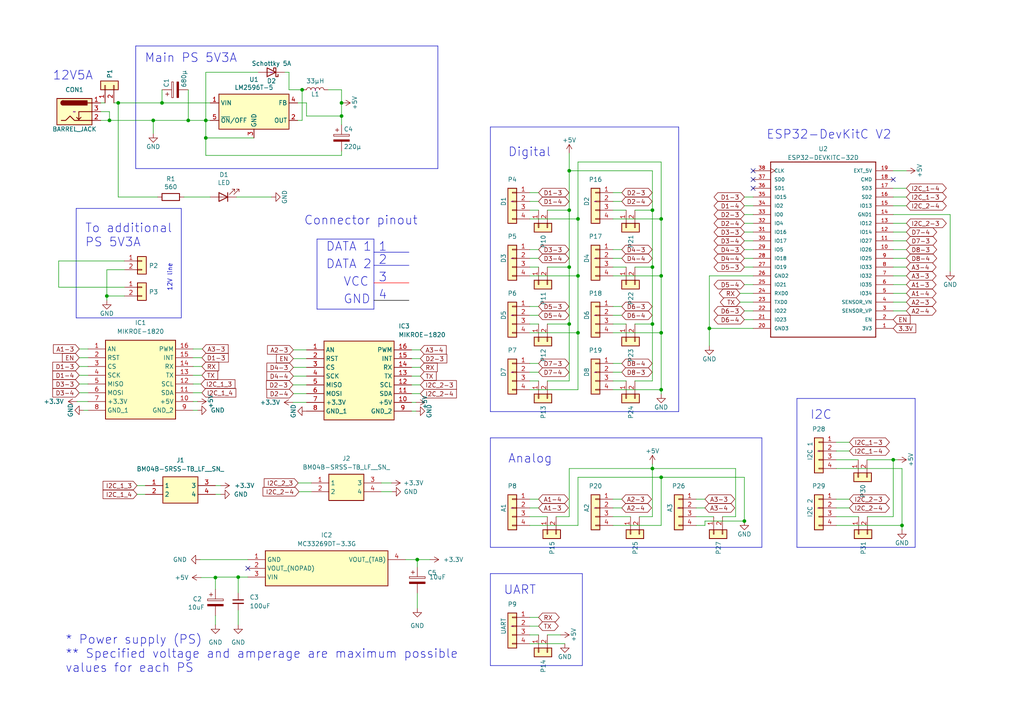
<source format=kicad_sch>
(kicad_sch (version 20230121) (generator eeschema)
  (paper "A4")
  (lib_symbols
    (symbol "Connector:Barrel_Jack_Switch" (pin_names hide)
      (property "Reference" "J" (at 0 5.334 0))
      (property "Value" "Barrel_Jack_Switch" (at 0 -5.08 0))
      (symbol "Barrel_Jack_Switch_1_1"
        (pin passive line (at 7.62 2.54 180) (length 2.54) (name "~") (number "1"))
        (pin passive line (at 7.62 -2.54 180) (length 2.54) (name "~") (number "2"))
        (pin passive line (at 7.62 0 180) (length 2.54) (name "~") (number "3"))
      )
    )
    (symbol "Connector_Generic:Conn_01x02" (pin_names (offset 1.016) hide)
      (property "Reference" "J" (at 0 2.54 0))
      (property "Value" "Conn_01x02" (at 0 -5.08 0))
      (symbol "Conn_01x02_1_1"
        (pin passive line (at -5.08 0 0) (length 3.81) (name "Pin_1") (number "1"))
        (pin passive line (at -5.08 -2.54 0) (length 3.81) (name "Pin_2") (number "2"))
      )
    )
    (symbol "Connector_Generic:Conn_01x04" (pin_names (offset 1.016) hide)
      (property "Reference" "J" (at 0 5.08 0))
      (property "Value" "Conn_01x04" (at 0 -7.62 0))
      (symbol "Conn_01x04_1_1"
        (pin passive line (at -5.08 2.54 0) (length 3.81) (name "Pin_1") (number "1"))
        (pin passive line (at -5.08 0 0) (length 3.81) (name "Pin_2") (number "2"))
        (pin passive line (at -5.08 -2.54 0) (length 3.81) (name "Pin_3") (number "3"))
        (pin passive line (at -5.08 -5.08 0) (length 3.81) (name "Pin_4") (number "4"))
      )
    )
    (symbol "Device:C_Polarized" (pin_numbers hide) (pin_names (offset 0.254))
      (property "Reference" "C" (at 0.635 2.54 0))
      (property "Value" "C_Polarized" (at 0.635 -2.54 0))
      (symbol "C_Polarized_1_1"
        (pin passive line (at 0 3.81 270) (length 2.794) (name "~") (number "1"))
        (pin passive line (at 0 -3.81 90) (length 2.794) (name "~") (number "2"))
      )
    )
    (symbol "Device:C_Small" (pin_numbers hide) (pin_names (offset 0.254) hide)
      (property "Reference" "C" (at 0.254 1.778 0))
      (property "Value" "C_Small" (at 0.254 -2.032 0))
      (symbol "C_Small_1_1"
        (pin passive line (at 0 2.54 270) (length 2.032) (name "~") (number "1"))
        (pin passive line (at 0 -2.54 90) (length 2.032) (name "~") (number "2"))
      )
    )
    (symbol "Device:D_Schottky" (pin_numbers hide) (pin_names (offset 1.016) hide)
      (property "Reference" "D" (at 0 2.54 0))
      (property "Value" "D_Schottky" (at 0 -2.54 0))
      (symbol "D_Schottky_1_1"
        (pin passive line (at -3.81 0 0) (length 2.54) (name "K") (number "1"))
        (pin passive line (at 3.81 0 180) (length 2.54) (name "A") (number "2"))
      )
    )
    (symbol "Device:L" (pin_numbers hide) (pin_names (offset 1.016) hide)
      (property "Reference" "L" (at -1.27 0 90))
      (property "Value" "L" (at 1.905 0 90))
      (symbol "L_1_1"
        (pin passive line (at 0 3.81 270) (length 1.27) (name "1") (number "1"))
        (pin passive line (at 0 -3.81 90) (length 1.27) (name "2") (number "2"))
      )
    )
    (symbol "Device:LED" (pin_numbers hide) (pin_names (offset 1.016) hide)
      (property "Reference" "D" (at 0 2.54 0))
      (property "Value" "LED" (at 0 -2.54 0))
      (symbol "LED_1_1"
        (pin passive line (at -3.81 0 0) (length 2.54) (name "K") (number "1"))
        (pin passive line (at 3.81 0 180) (length 2.54) (name "A") (number "2"))
      )
    )
    (symbol "Device:R" (pin_numbers hide) (pin_names (offset 0))
      (property "Reference" "R" (at 2.032 0 90))
      (property "Value" "R" (at 0 0 90))
      (symbol "R_1_1"
        (pin passive line (at 0 3.81 270) (length 1.27) (name "~") (number "1"))
        (pin passive line (at 0 -3.81 90) (length 1.27) (name "~") (number "2"))
      )
    )
    (symbol "Regulator_Switching:LM2596T-5"
      (property "Reference" "U" (at -10.16 6.35 0))
      (property "Value" "LM2596T-5" (at 0 6.35 0))
      (symbol "LM2596T-5_1_1"
        (pin power_in line (at -12.7 2.54 0) (length 2.54) (name "VIN") (number "1"))
        (pin output line (at 12.7 -2.54 180) (length 2.54) (name "OUT") (number "2"))
        (pin power_in line (at 0 -7.62 90) (length 2.54) (name "GND") (number "3"))
        (pin input line (at 12.7 2.54 180) (length 2.54) (name "FB") (number "4"))
        (pin input line (at -12.7 -2.54 0) (length 2.54) (name "~{ON}/OFF") (number "5"))
      )
    )
    (symbol "SamacSys_Parts:BM04B-SRSS-TB_LF__SN_"
      (property "Reference" "J" (at 16.51 7.62 0))
      (property "Value" "BM04B-SRSS-TB_LF__SN_" (at 16.51 5.08 0))
      (symbol "BM04B-SRSS-TB_LF__SN__1_1"
        (pin passive line (at 0 0 0) (length 5.08) (name "1") (number "1"))
        (pin passive line (at 0 -2.54 0) (length 5.08) (name "2") (number "2"))
        (pin passive line (at 20.32 0 180) (length 5.08) (name "3") (number "3"))
        (pin passive line (at 20.32 -2.54 180) (length 5.08) (name "4") (number "4"))
      )
    )
    (symbol "SamacSys_Parts:MC33269DT-3.3G"
      (property "Reference" "IC" (at 41.91 7.62 0))
      (property "Value" "MC33269DT-3.3G" (at 41.91 5.08 0))
      (symbol "MC33269DT-3.3G_1_1"
        (pin power_in line (at 0 0 0) (length 5.08) (name "GND") (number "1"))
        (pin output line (at 0 -2.54 0) (length 5.08) (name "VOUT_(NOPAD)") (number "2"))
        (pin input line (at 0 -5.08 0) (length 5.08) (name "VIN") (number "3"))
        (pin output line (at 45.72 0 180) (length 5.08) (name "VOUT_(TAB)") (number "4"))
      )
    )
    (symbol "SamacSys_Parts:MIKROE-1820"
      (property "Reference" "IC" (at 26.67 7.62 0))
      (property "Value" "MIKROE-1820" (at 26.67 5.08 0))
      (symbol "MIKROE-1820_1_1"
        (pin passive line (at 0 0 0) (length 5.08) (name "AN") (number "1"))
        (pin passive line (at 30.48 -15.24 180) (length 5.08) (name "+5V") (number "10"))
        (pin passive line (at 30.48 -12.7 180) (length 5.08) (name "SDA") (number "11"))
        (pin passive line (at 30.48 -10.16 180) (length 5.08) (name "SCL") (number "12"))
        (pin passive line (at 30.48 -7.62 180) (length 5.08) (name "TX") (number "13"))
        (pin passive line (at 30.48 -5.08 180) (length 5.08) (name "RX") (number "14"))
        (pin passive line (at 30.48 -2.54 180) (length 5.08) (name "INT") (number "15"))
        (pin passive line (at 30.48 0 180) (length 5.08) (name "PWM") (number "16"))
        (pin passive line (at 0 -2.54 0) (length 5.08) (name "RST") (number "2"))
        (pin passive line (at 0 -5.08 0) (length 5.08) (name "CS") (number "3"))
        (pin passive line (at 0 -7.62 0) (length 5.08) (name "SCK") (number "4"))
        (pin passive line (at 0 -10.16 0) (length 5.08) (name "MISO") (number "5"))
        (pin passive line (at 0 -12.7 0) (length 5.08) (name "MOSI") (number "6"))
        (pin passive line (at 0 -15.24 0) (length 5.08) (name "+3.3V") (number "7"))
        (pin passive line (at 0 -17.78 0) (length 5.08) (name "GND_1") (number "8"))
        (pin passive line (at 30.48 -17.78 180) (length 5.08) (name "GND_2") (number "9"))
      )
    )
    (symbol "beehive-rescue:CP-Device" (pin_numbers hide) (pin_names (offset 0.254))
      (property "Reference" "C" (at 0.635 2.54 0))
      (property "Value" "CP-Device" (at 0.635 -2.54 0))
      (symbol "CP-Device_1_1"
        (pin passive line (at 0 3.81 270) (length 2.794) (name "~") (number "1"))
        (pin passive line (at 0 -3.81 90) (length 2.794) (name "~") (number "2"))
      )
    )
    (symbol "beehive-rescue:ESP32-DEVKITC-32D-ESP32-DEVKITC-32D" (pin_names (offset 1.016))
      (property "Reference" "U" (at -15.2654 26.0604 0))
      (property "Value" "ESP32-DEVKITC-32D-ESP32-DEVKITC-32D" (at -15.2654 -27.9654 0))
      (symbol "ESP32-DEVKITC-32D-ESP32-DEVKITC-32D_0_0"
        (pin power_in line (at -20.32 22.86 0) (length 5.08) (name "3V3") (number "1"))
        (pin bidirectional line (at -20.32 0 0) (length 5.08) (name "IO26") (number "10"))
        (pin bidirectional line (at -20.32 -2.54 0) (length 5.08) (name "IO27") (number "11"))
        (pin bidirectional line (at -20.32 -5.08 0) (length 5.08) (name "IO14") (number "12"))
        (pin bidirectional line (at -20.32 -7.62 0) (length 5.08) (name "IO12") (number "13"))
        (pin power_in line (at -20.32 -10.16 0) (length 5.08) (name "GND1") (number "14"))
        (pin bidirectional line (at -20.32 -12.7 0) (length 5.08) (name "IO13") (number "15"))
        (pin bidirectional line (at -20.32 -15.24 0) (length 5.08) (name "SD2") (number "16"))
        (pin bidirectional line (at -20.32 -17.78 0) (length 5.08) (name "SD3") (number "17"))
        (pin bidirectional line (at -20.32 -20.32 0) (length 5.08) (name "CMD") (number "18"))
        (pin power_in line (at -20.32 -22.86 0) (length 5.08) (name "EXT_5V") (number "19"))
        (pin input line (at -20.32 20.32 0) (length 5.08) (name "EN") (number "2"))
        (pin power_in line (at 20.32 22.86 180) (length 5.08) (name "GND3") (number "20"))
        (pin bidirectional line (at 20.32 20.32 180) (length 5.08) (name "IO23") (number "21"))
        (pin bidirectional line (at 20.32 17.78 180) (length 5.08) (name "IO22") (number "22"))
        (pin output line (at 20.32 15.24 180) (length 5.08) (name "TXD0") (number "23"))
        (pin input line (at 20.32 12.7 180) (length 5.08) (name "RXD0") (number "24"))
        (pin bidirectional line (at 20.32 10.16 180) (length 5.08) (name "IO21") (number "25"))
        (pin power_in line (at 20.32 7.62 180) (length 5.08) (name "GND2") (number "26"))
        (pin bidirectional line (at 20.32 5.08 180) (length 5.08) (name "IO19") (number "27"))
        (pin bidirectional line (at 20.32 2.54 180) (length 5.08) (name "IO18") (number "28"))
        (pin bidirectional line (at 20.32 0 180) (length 5.08) (name "IO5") (number "29"))
        (pin input line (at -20.32 17.78 0) (length 5.08) (name "SENSOR_VP") (number "3"))
        (pin bidirectional line (at 20.32 -2.54 180) (length 5.08) (name "IO17") (number "30"))
        (pin bidirectional line (at 20.32 -5.08 180) (length 5.08) (name "IO16") (number "31"))
        (pin bidirectional line (at 20.32 -7.62 180) (length 5.08) (name "IO4") (number "32"))
        (pin bidirectional line (at 20.32 -10.16 180) (length 5.08) (name "IO0") (number "33"))
        (pin bidirectional line (at 20.32 -12.7 180) (length 5.08) (name "IO2") (number "34"))
        (pin bidirectional line (at 20.32 -15.24 180) (length 5.08) (name "IO15") (number "35"))
        (pin bidirectional line (at 20.32 -17.78 180) (length 5.08) (name "SD1") (number "36"))
        (pin bidirectional line (at 20.32 -20.32 180) (length 5.08) (name "SD0") (number "37"))
        (pin input clock (at 20.32 -22.86 180) (length 5.08) (name "CLK") (number "38"))
        (pin input line (at -20.32 15.24 0) (length 5.08) (name "SENSOR_VN") (number "4"))
        (pin bidirectional line (at -20.32 12.7 0) (length 5.08) (name "IO34") (number "5"))
        (pin bidirectional line (at -20.32 10.16 0) (length 5.08) (name "IO35") (number "6"))
        (pin bidirectional line (at -20.32 7.62 0) (length 5.08) (name "IO32") (number "7"))
        (pin bidirectional line (at -20.32 5.08 0) (length 5.08) (name "IO33") (number "8"))
        (pin bidirectional line (at -20.32 2.54 0) (length 5.08) (name "IO25") (number "9"))
      )
    )
    (symbol "power:+3.3V" (power) (pin_names (offset 0))
      (property "Value" "+3.3V" (at 0 3.556 0))
      (symbol "+3.3V_1_1"
        (pin power_in line (at 0 0 90) (length 0) hide (name "+3.3V") (number "1"))
      )
    )
    (symbol "power:+5V" (power) (pin_names (offset 0))
      (property "Value" "+5V" (at 0 3.556 0))
      (symbol "+5V_1_1"
        (pin power_in line (at 0 0 90) (length 0) hide (name "+5V") (number "1"))
      )
    )
    (symbol "power:GND" (power) (pin_names (offset 0))
      (property "Value" "GND" (at 0 -3.81 0))
      (symbol "GND_1_1"
        (pin power_in line (at 0 0 270) (length 0) hide (name "GND") (number "1"))
      )
    )
  )
  (junction (at 191.77 80.01))
  (junction (at 191.77 63.5))
  (junction (at 167.64 63.5))
  (junction (at 54.61 34.925))
  (junction (at 189.23 77.47))
  (junction (at 62.484 167.513))
  (junction (at 46.99 29.845))
  (junction (at 44.45 34.925))
  (junction (at 191.77 138.43))
  (junction (at 189.23 93.98))
  (junction (at 261.62 152.4))
  (junction (at 31.75 34.925))
  (junction (at 167.64 96.52))
  (junction (at 191.77 96.52))
  (junction (at 87.63 26.035))
  (junction (at 99.06 29.845))
  (junction (at 215.9 151.13))
  (junction (at 165.1 49.53))
  (junction (at 191.77 113.03))
  (junction (at 59.69 40.005))
  (junction (at 30.988 85.852))
  (junction (at 165.1 93.98))
  (junction (at 259.08 133.35))
  (junction (at 99.06 33.655))
  (junction (at 34.29 29.845))
  (junction (at 189.23 60.96))
  (junction (at 205.74 95.25))
  (junction (at 59.69 34.925))
  (junction (at 69.088 167.386))
  (junction (at 189.23 135.89))
  (junction (at 121.031 162.306))
  (junction (at 167.64 80.01))
  (junction (at 165.1 77.47))
  (junction (at 165.1 60.96))
  (no_connect (at 218.44 54.61))
  (no_connect (at 259.08 52.07))
  (no_connect (at 218.44 49.53))
  (no_connect (at 218.44 52.07))
  (no_connect (at 71.882 164.846))
  (polyline (pts (xy 108.458 82.042) (xy 118.618 82.042)) (stroke (width 0) (type solid) (color 255 0 0 1)))
  (wire (pts (xy 22.987 101.219) (xy 25.527 101.219)))
  (wire (pts (xy 201.93 149.86) (xy 207.01 149.86)))
  (wire (pts (xy 191.77 96.52) (xy 191.77 113.03)))
  (wire (pts (xy 218.44 82.55) (xy 215.9 82.55)))
  (wire (pts (xy 29.21 29.845) (xy 30.48 29.845)))
  (wire (pts (xy 184.15 93.98) (xy 189.23 93.98)))
  (wire (pts (xy 153.67 96.52) (xy 167.64 96.52)))
  (wire (pts (xy 56.007 101.219) (xy 58.674 101.219)))
  (wire (pts (xy 180.34 88.9) (xy 177.8 88.9)))
  (wire (pts (xy 275.59 62.23) (xy 259.08 62.23)))
  (wire (pts (xy 218.44 64.77) (xy 215.9 64.77)))
  (wire (pts (xy 62.484 143.383) (xy 64.008 143.383)))
  (wire (pts (xy 62.484 181.229) (xy 62.484 178.562)))
  (wire (pts (xy 44.45 38.735) (xy 44.45 34.925)))
  (wire (pts (xy 85.09 104.013) (xy 88.9 104.013)))
  (wire (pts (xy 22.352 116.459) (xy 25.527 116.459)))
  (wire (pts (xy 30.988 78.232) (xy 36.068 78.232)))
  (wire (pts (xy 218.44 90.17) (xy 215.9 90.17)))
  (wire (pts (xy 205.74 80.01) (xy 205.74 95.25)))
  (wire (pts (xy 120.65 119.253) (xy 119.38 119.253)))
  (wire (pts (xy 17.018 75.692) (xy 17.018 83.312)))
  (wire (pts (xy 156.21 144.78) (xy 153.67 144.78)))
  (wire (pts (xy 58.547 113.919) (xy 56.007 113.919)))
  (wire (pts (xy 259.08 82.55) (xy 262.89 82.55)))
  (wire (pts (xy 119.38 106.553) (xy 121.92 106.553)))
  (wire (pts (xy 246.38 130.81) (xy 242.57 130.81)))
  (wire (pts (xy 22.987 111.379) (xy 25.527 111.379)))
  (wire (pts (xy 177.8 80.01) (xy 191.77 80.01)))
  (wire (pts (xy 165.1 44.45) (xy 165.1 49.53)))
  (wire (pts (xy 215.9 138.43) (xy 215.9 151.13)))
  (wire (pts (xy 177.8 63.5) (xy 191.77 63.5)))
  (wire (pts (xy 62.484 140.843) (xy 64.008 140.843)))
  (wire (pts (xy 177.8 77.47) (xy 181.61 77.47)))
  (wire (pts (xy 180.34 107.95) (xy 177.8 107.95)))
  (wire (pts (xy 156.21 72.39) (xy 153.67 72.39)))
  (wire (pts (xy 59.69 20.955) (xy 59.69 34.925)))
  (polyline (pts (xy 265.43 115.57) (xy 231.14 115.57)))
  (wire (pts (xy 59.69 20.955) (xy 74.93 20.955)))
  (wire (pts (xy 99.06 45.085) (xy 99.06 43.815)))
  (wire (pts (xy 180.34 91.44) (xy 177.8 91.44)))
  (wire (pts (xy 184.15 60.96) (xy 189.23 60.96)))
  (wire (pts (xy 262.89 49.53) (xy 259.08 49.53)))
  (wire (pts (xy 68.58 57.15) (xy 78.74 57.15)))
  (wire (pts (xy 56.007 106.299) (xy 58.547 106.299)))
  (wire (pts (xy 218.44 59.69) (xy 215.9 59.69)))
  (wire (pts (xy 153.67 60.96) (xy 156.21 60.96)))
  (polyline (pts (xy 265.43 115.57) (xy 265.43 158.75)))
  (wire (pts (xy 86.741 142.621) (xy 90.297 142.621)))
  (wire (pts (xy 119.38 111.633) (xy 121.92 111.633)))
  (polyline (pts (xy 168.91 166.37) (xy 168.91 193.04)))
  (wire (pts (xy 161.29 149.86) (xy 165.1 149.86)))
  (polyline (pts (xy 142.24 127) (xy 142.24 158.75)))
  (wire (pts (xy 31.75 32.385) (xy 31.75 34.925)))
  (wire (pts (xy 44.45 34.925) (xy 54.61 34.925)))
  (wire (pts (xy 153.67 186.69) (xy 163.83 186.69)))
  (wire (pts (xy 59.69 45.085) (xy 99.06 45.085)))
  (wire (pts (xy 259.08 69.85) (xy 262.89 69.85)))
  (wire (pts (xy 189.23 135.89) (xy 213.36 135.89)))
  (wire (pts (xy 59.69 34.925) (xy 59.69 40.005)))
  (wire (pts (xy 215.9 62.23) (xy 218.44 62.23)))
  (wire (pts (xy 62.484 167.386) (xy 62.484 167.513)))
  (wire (pts (xy 119.38 116.713) (xy 120.65 116.713)))
  (polyline (pts (xy 108.458 73.152) (xy 118.618 73.152)) (stroke (width 0) (type solid)))
  (wire (pts (xy 87.63 34.925) (xy 86.36 34.925)))
  (wire (pts (xy 46.99 29.845) (xy 60.96 29.845)))
  (wire (pts (xy 34.29 29.845) (xy 46.99 29.845)))
  (wire (pts (xy 246.38 128.27) (xy 242.57 128.27)))
  (wire (pts (xy 156.21 105.41) (xy 153.67 105.41)))
  (wire (pts (xy 204.47 152.4) (xy 204.47 151.13)))
  (wire (pts (xy 180.34 147.32) (xy 177.8 147.32)))
  (wire (pts (xy 22.987 108.839) (xy 25.527 108.839)))
  (polyline (pts (xy 127 13.335) (xy 127 48.895)))
  (wire (pts (xy 85.09 114.173) (xy 88.9 114.173)))
  (wire (pts (xy 119.38 109.093) (xy 121.92 109.093)))
  (wire (pts (xy 218.44 72.39) (xy 215.9 72.39)))
  (wire (pts (xy 180.34 144.78) (xy 177.8 144.78)))
  (wire (pts (xy 259.08 90.17) (xy 262.89 90.17)))
  (wire (pts (xy 82.55 20.955) (xy 83.82 20.955)))
  (polyline (pts (xy 91.948 89.662) (xy 108.458 89.662)) (stroke (width 0) (type solid)))
  (wire (pts (xy 39.751 140.843) (xy 42.164 140.843)))
  (wire (pts (xy 189.23 135.89) (xy 189.23 134.62)))
  (wire (pts (xy 22.987 106.299) (xy 25.527 106.299)))
  (wire (pts (xy 56.007 116.459) (xy 57.277 116.459)))
  (wire (pts (xy 121.031 162.306) (xy 121.031 164.465)))
  (polyline (pts (xy 108.458 87.122) (xy 118.618 87.122)) (stroke (width 0) (type solid) (color 0 0 0 1)))
  (wire (pts (xy 259.08 64.77) (xy 262.89 64.77)))
  (wire (pts (xy 56.007 103.759) (xy 58.547 103.759)))
  (wire (pts (xy 58.293 167.513) (xy 62.484 167.513)))
  (wire (pts (xy 110.617 142.621) (xy 113.665 142.621)))
  (wire (pts (xy 189.23 93.98) (xy 189.23 110.49)))
  (wire (pts (xy 165.1 135.89) (xy 165.1 149.86)))
  (wire (pts (xy 30.988 85.852) (xy 30.988 78.232)))
  (wire (pts (xy 59.69 34.925) (xy 60.96 34.925)))
  (wire (pts (xy 84.963 111.633) (xy 88.9 111.633)))
  (wire (pts (xy 165.1 93.98) (xy 165.1 110.49)))
  (wire (pts (xy 54.61 34.925) (xy 59.69 34.925)))
  (wire (pts (xy 205.74 95.25) (xy 205.74 100.33)))
  (wire (pts (xy 158.75 93.98) (xy 165.1 93.98)))
  (wire (pts (xy 39.751 143.383) (xy 42.164 143.383)))
  (wire (pts (xy 215.9 74.93) (xy 218.44 74.93)))
  (wire (pts (xy 153.67 152.4) (xy 167.64 152.4)))
  (wire (pts (xy 153.67 149.86) (xy 158.75 149.86)))
  (wire (pts (xy 153.67 110.49) (xy 156.21 110.49)))
  (wire (pts (xy 191.77 46.99) (xy 191.77 63.5)))
  (wire (pts (xy 153.67 113.03) (xy 167.64 113.03)))
  (wire (pts (xy 83.82 26.035) (xy 87.63 26.035)))
  (polyline (pts (xy 39.37 48.895) (xy 39.37 13.335)))
  (wire (pts (xy 153.67 80.01) (xy 167.64 80.01)))
  (wire (pts (xy 177.8 149.86) (xy 182.88 149.86)))
  (wire (pts (xy 158.75 77.47) (xy 165.1 77.47)))
  (wire (pts (xy 259.08 80.01) (xy 262.89 80.01)))
  (polyline (pts (xy 127 48.895) (xy 39.37 48.895)))
  (wire (pts (xy 31.75 34.925) (xy 44.45 34.925)))
  (wire (pts (xy 117.602 162.306) (xy 121.031 162.306)))
  (wire (pts (xy 69.088 167.386) (xy 71.882 167.386)))
  (wire (pts (xy 165.1 49.53) (xy 165.1 60.96)))
  (wire (pts (xy 218.44 85.09) (xy 214.63 85.09)))
  (wire (pts (xy 84.963 116.713) (xy 88.9 116.713)))
  (polyline (pts (xy 231.14 115.57) (xy 231.14 158.75)))
  (wire (pts (xy 156.21 147.32) (xy 153.67 147.32)))
  (wire (pts (xy 184.15 110.49) (xy 189.23 110.49)))
  (wire (pts (xy 259.08 54.61) (xy 262.89 54.61)))
  (polyline (pts (xy 91.948 69.342) (xy 91.948 89.662)) (stroke (width 0) (type solid)))
  (wire (pts (xy 30.988 87.122) (xy 30.988 85.852)))
  (wire (pts (xy 213.36 135.89) (xy 213.36 149.86)))
  (wire (pts (xy 218.44 77.47) (xy 215.9 77.47)))
  (wire (pts (xy 85.09 109.093) (xy 88.9 109.093)))
  (wire (pts (xy 56.007 108.839) (xy 58.547 108.839)))
  (wire (pts (xy 59.69 40.005) (xy 73.66 40.005)))
  (wire (pts (xy 218.44 87.63) (xy 214.63 87.63)))
  (wire (pts (xy 167.64 96.52) (xy 167.64 113.03)))
  (wire (pts (xy 259.08 133.35) (xy 259.08 149.86)))
  (wire (pts (xy 59.69 40.005) (xy 59.69 45.085)))
  (wire (pts (xy 156.21 88.9) (xy 153.67 88.9)))
  (wire (pts (xy 189.23 77.47) (xy 189.23 93.98)))
  (wire (pts (xy 88.9 33.655) (xy 99.06 33.655)))
  (wire (pts (xy 165.1 60.96) (xy 165.1 77.47)))
  (wire (pts (xy 191.77 138.43) (xy 215.9 138.43)))
  (polyline (pts (xy 39.37 13.335) (xy 127 13.335)))
  (wire (pts (xy 261.62 152.4) (xy 261.62 135.89)))
  (wire (pts (xy 180.34 58.42) (xy 177.8 58.42)))
  (wire (pts (xy 259.08 85.09) (xy 262.89 85.09)))
  (wire (pts (xy 261.62 153.67) (xy 261.62 152.4)))
  (wire (pts (xy 167.64 138.43) (xy 191.77 138.43)))
  (wire (pts (xy 259.08 87.63) (xy 262.89 87.63)))
  (wire (pts (xy 177.8 110.49) (xy 181.61 110.49)))
  (polyline (pts (xy 142.24 193.04) (xy 142.24 166.37)))
  (wire (pts (xy 83.82 20.955) (xy 83.82 26.035)))
  (polyline (pts (xy 52.578 60.452) (xy 52.578 92.202)))
  (wire (pts (xy 36.068 75.692) (xy 17.018 75.692)))
  (wire (pts (xy 34.29 29.845) (xy 34.29 57.15)))
  (wire (pts (xy 153.67 63.5) (xy 167.64 63.5)))
  (wire (pts (xy 158.75 184.15) (xy 162.56 184.15)))
  (wire (pts (xy 30.988 85.852) (xy 36.068 85.852)))
  (polyline (pts (xy 142.24 193.04) (xy 168.91 193.04)))
  (wire (pts (xy 180.34 55.88) (xy 177.8 55.88)))
  (wire (pts (xy 246.38 147.32) (xy 242.57 147.32)))
  (wire (pts (xy 22.987 113.919) (xy 25.527 113.919)))
  (polyline (pts (xy 142.24 158.75) (xy 220.98 158.75)))
  (wire (pts (xy 184.15 77.47) (xy 189.23 77.47)))
  (wire (pts (xy 167.64 46.99) (xy 167.64 63.5)))
  (wire (pts (xy 69.088 181.229) (xy 69.088 177.038)))
  (wire (pts (xy 209.55 149.86) (xy 213.36 149.86)))
  (wire (pts (xy 54.61 26.035) (xy 54.61 34.925)))
  (wire (pts (xy 110.617 140.081) (xy 113.538 140.081)))
  (wire (pts (xy 205.74 95.25) (xy 218.44 95.25)))
  (wire (pts (xy 121.031 162.306) (xy 124.714 162.306)))
  (wire (pts (xy 242.57 149.86) (xy 249.047 149.86)))
  (wire (pts (xy 22.987 103.759) (xy 25.527 103.759)))
  (wire (pts (xy 88.9 29.845) (xy 88.9 33.655)))
  (wire (pts (xy 242.57 135.89) (xy 261.62 135.89)))
  (wire (pts (xy 119.38 101.473) (xy 121.92 101.473)))
  (wire (pts (xy 204.47 151.13) (xy 215.9 151.13)))
  (polyline (pts (xy 108.458 89.662) (xy 108.458 69.342)) (stroke (width 0) (type solid)))
  (wire (pts (xy 218.44 69.85) (xy 215.9 69.85)))
  (wire (pts (xy 191.77 63.5) (xy 191.77 80.01)))
  (wire (pts (xy 153.67 77.47) (xy 156.21 77.47)))
  (polyline (pts (xy 52.578 92.202) (xy 22.098 92.202)))
  (wire (pts (xy 156.21 58.42) (xy 153.67 58.42)))
  (wire (pts (xy 189.23 135.89) (xy 189.23 149.86)))
  (wire (pts (xy 259.08 133.35) (xy 260.35 133.35)))
  (wire (pts (xy 156.21 74.93) (xy 153.67 74.93)))
  (wire (pts (xy 86.487 140.081) (xy 90.297 140.081)))
  (wire (pts (xy 156.21 91.44) (xy 153.67 91.44)))
  (wire (pts (xy 180.34 105.41) (xy 177.8 105.41)))
  (wire (pts (xy 156.21 107.95) (xy 153.67 107.95)))
  (wire (pts (xy 177.8 152.4) (xy 191.77 152.4)))
  (wire (pts (xy 99.06 26.035) (xy 95.25 26.035)))
  (wire (pts (xy 251.587 149.86) (xy 259.08 149.86)))
  (wire (pts (xy 177.8 93.98) (xy 181.61 93.98)))
  (wire (pts (xy 17.018 83.312) (xy 36.068 83.312)))
  (wire (pts (xy 156.21 55.88) (xy 153.67 55.88)))
  (wire (pts (xy 85.09 101.473) (xy 88.9 101.473)))
  (wire (pts (xy 275.59 78.74) (xy 275.59 62.23)))
  (wire (pts (xy 242.57 152.4) (xy 261.62 152.4)))
  (wire (pts (xy 242.57 144.78) (xy 246.38 144.78)))
  (wire (pts (xy 121.031 176.403) (xy 121.031 172.085)))
  (polyline (pts (xy 196.85 119.38) (xy 142.24 119.38)))
  (wire (pts (xy 251.46 133.35) (xy 259.08 133.35)))
  (wire (pts (xy 119.38 104.013) (xy 121.92 104.013)))
  (wire (pts (xy 69.088 167.386) (xy 69.088 171.958)))
  (wire (pts (xy 62.484 167.386) (xy 69.088 167.386)))
  (wire (pts (xy 189.23 49.53) (xy 189.23 60.96)))
  (wire (pts (xy 177.8 96.52) (xy 191.77 96.52)))
  (wire (pts (xy 201.93 152.4) (xy 204.47 152.4)))
  (wire (pts (xy 259.08 57.15) (xy 262.89 57.15)))
  (polyline (pts (xy 108.458 76.962) (xy 118.618 76.962)) (stroke (width 0) (type solid)))
  (wire (pts (xy 56.007 111.379) (xy 58.293 111.379)))
  (wire (pts (xy 62.484 167.513) (xy 62.484 170.942)))
  (wire (pts (xy 259.08 59.69) (xy 262.89 59.69)))
  (wire (pts (xy 153.67 93.98) (xy 156.21 93.98)))
  (wire (pts (xy 99.06 29.845) (xy 99.06 33.655)))
  (polyline (pts (xy 52.578 60.452) (xy 22.098 60.452)))
  (wire (pts (xy 218.44 92.71) (xy 215.9 92.71)))
  (wire (pts (xy 53.34 57.15) (xy 60.96 57.15)))
  (wire (pts (xy 85.09 106.553) (xy 88.9 106.553)))
  (wire (pts (xy 259.08 72.39) (xy 262.89 72.39)))
  (wire (pts (xy 180.34 72.39) (xy 177.8 72.39)))
  (wire (pts (xy 167.64 46.99) (xy 191.77 46.99)))
  (wire (pts (xy 177.8 113.03) (xy 191.77 113.03)))
  (wire (pts (xy 88.9 29.845) (xy 86.36 29.845)))
  (wire (pts (xy 165.1 49.53) (xy 189.23 49.53)))
  (wire (pts (xy 87.63 26.035) (xy 87.63 34.925)))
  (wire (pts (xy 167.64 80.01) (xy 167.64 96.52)))
  (wire (pts (xy 99.06 26.035) (xy 99.06 29.845)))
  (polyline (pts (xy 142.24 36.83) (xy 196.85 36.83)))
  (wire (pts (xy 191.77 138.43) (xy 191.77 152.4)))
  (wire (pts (xy 259.08 74.93) (xy 262.89 74.93)))
  (wire (pts (xy 34.29 57.15) (xy 45.72 57.15)))
  (wire (pts (xy 167.64 138.43) (xy 167.64 152.4)))
  (wire (pts (xy 58.039 162.306) (xy 71.882 162.306)))
  (wire (pts (xy 153.67 179.07) (xy 156.21 179.07)))
  (wire (pts (xy 189.23 60.96) (xy 189.23 77.47)))
  (wire (pts (xy 177.8 60.96) (xy 181.61 60.96)))
  (polyline (pts (xy 196.85 36.83) (xy 196.85 119.38)))
  (wire (pts (xy 259.08 67.31) (xy 262.89 67.31)))
  (wire (pts (xy 185.42 149.86) (xy 189.23 149.86)))
  (wire (pts (xy 29.21 34.925) (xy 31.75 34.925)))
  (wire (pts (xy 204.47 144.78) (xy 201.93 144.78)))
  (wire (pts (xy 204.47 147.32) (xy 201.93 147.32)))
  (polyline (pts (xy 22.098 60.452) (xy 22.098 92.202)))
  (wire (pts (xy 29.21 32.385) (xy 31.75 32.385)))
  (wire (pts (xy 158.75 60.96) (xy 165.1 60.96)))
  (wire (pts (xy 218.44 67.31) (xy 215.9 67.31)))
  (polyline (pts (xy 168.91 166.37) (xy 142.24 166.37)))
  (wire (pts (xy 191.77 113.03) (xy 191.77 114.3)))
  (wire (pts (xy 24.257 118.999) (xy 25.527 118.999)))
  (wire (pts (xy 165.1 77.47) (xy 165.1 93.98)))
  (wire (pts (xy 33.02 29.845) (xy 34.29 29.845)))
  (wire (pts (xy 167.64 63.5) (xy 167.64 80.01)))
  (wire (pts (xy 158.75 110.49) (xy 165.1 110.49)))
  (wire (pts (xy 242.57 133.35) (xy 248.92 133.35)))
  (polyline (pts (xy 142.24 127) (xy 220.98 127)))
  (wire (pts (xy 180.34 74.93) (xy 177.8 74.93)))
  (wire (pts (xy 46.99 26.035) (xy 46.99 29.845)))
  (wire (pts (xy 218.44 80.01) (xy 205.74 80.01)))
  (wire (pts (xy 218.44 57.15) (xy 215.9 57.15)))
  (polyline (pts (xy 108.458 69.342) (xy 91.948 69.342)) (stroke (width 0) (type solid)))
  (wire (pts (xy 165.1 135.89) (xy 189.23 135.89)))
  (wire (pts (xy 119.38 114.173) (xy 121.92 114.173)))
  (wire (pts (xy 153.67 184.15) (xy 156.21 184.15)))
  (wire (pts (xy 56.007 118.999) (xy 57.277 118.999)))
  (wire (pts (xy 259.08 77.47) (xy 262.89 77.47)))
  (wire (pts (xy 153.67 181.61) (xy 156.21 181.61)))
  (wire (pts (xy 99.06 36.195) (xy 99.06 33.655)))
  (wire (pts (xy 191.77 80.01) (xy 191.77 96.52)))
  (polyline (pts (xy 142.24 119.38) (xy 142.24 36.83)))
  (polyline (pts (xy 231.14 158.75) (xy 265.43 158.75)))
  (polyline (pts (xy 220.98 158.75) (xy 220.98 127)))
  (text "Connector pinout" (at 88.138 65.532 0) (effects (font (size 2.54 2.54)) (justify left bottom)))
  (text "12V line" (at 50.038 84.582 90) (effects (font (size 1.27 1.27)) (justify left bottom)))
  (text "To additional\nPS 5V3A" (at 24.638 71.882 0) (effects (font (size 2.54 2.54)) (justify left bottom)))
  (text "VCC" (at 99.568 83.312 0) (effects (font (size 2.54 2.54)) (justify left bottom)))
  (text "Analog" (at 147.32 134.62 0) (effects (font (size 2.54 2.54)) (justify left bottom)))
  (text "12V5A" (at 15.24 23.495 0) (effects (font (size 2.54 2.54)) (justify left bottom)))
  (text "DATA 1\n" (at 94.488 73.152 0) (effects (font (size 2.54 2.54)) (justify left bottom)))
  (text "GND" (at 99.568 88.392 0) (effects (font (size 2.54 2.54)) (justify left bottom)))
  (text "4" (at 109.728 87.122 0) (effects (font (size 2.54 2.54)) (justify left bottom)))
  (text "ESP32-DevKitC V2" (at 222.25 40.64 0) (effects (font (size 2.54 2.54)) (justify left bottom)))
  (text "2" (at 109.728 76.962 0) (effects (font (size 2.54 2.54)) (justify left bottom)))
  (text "1" (at 109.728 73.152 0) (effects (font (size 2.54 2.54)) (justify left bottom)))
  (text "Main PS 5V3A" (at 41.91 18.415 0) (effects (font (size 2.54 2.54)) (justify left bottom)))
  (text "3" (at 109.728 82.042 0) (effects (font (size 2.54 2.54)) (justify left bottom)))
  (text "* Power supply (PS)\n** Specified voltage and amperage are maximum possible\nvalues for each PS " (at 18.923 195.326 0) (effects (font (size 2.54 2.54)) (justify left bottom)))
  (text "DATA 2  " (at 94.488 78.232 0) (effects (font (size 2.54 2.54)) (justify left bottom)))
  (text "I2C" (at 234.95 121.92 0) (effects (font (size 2.54 2.54)) (justify left bottom)))
  (text "UART" (at 146.05 172.72 0) (effects (font (size 2.54 2.54)) (justify left bottom)))
  (text "Digital" (at 147.32 45.72 0) (effects (font (size 2.54 2.54)) (justify left bottom)))
  (global_label "D2-4" (shape input) (at 85.09 114.173 180) (property "Intersheetrefs" "${INTERSHEET_REFS}" (effects hide)))
  (global_label "D3-4" (shape bidirectional) (at 215.9 69.85 180) (property "Intersheetrefs" "${INTERSHEET_REFS}" (effects hide)))
  (global_label "D4-3" (shape bidirectional) (at 180.34 72.39 0) (property "Intersheetrefs" "${INTERSHEET_REFS}" (effects hide)))
  (global_label "D4-3" (shape bidirectional) (at 215.9 72.39 180) (property "Intersheetrefs" "${INTERSHEET_REFS}" (effects hide)))
  (global_label "D4-4" (shape input) (at 85.09 109.093 180) (property "Intersheetrefs" "${INTERSHEET_REFS}" (effects hide)))
  (global_label "I2C_2-4" (shape bidirectional) (at 246.38 147.32 0) (property "Intersheetrefs" "${INTERSHEET_REFS}" (effects hide)))
  (global_label "D2-4" (shape bidirectional) (at 215.9 64.77 180) (property "Intersheetrefs" "${INTERSHEET_REFS}" (effects hide)))
  (global_label "D5-4" (shape bidirectional) (at 156.21 91.44 0) (property "Intersheetrefs" "${INTERSHEET_REFS}" (effects hide)))
  (global_label "TX" (shape input) (at 121.92 109.093 0) (property "Intersheetrefs" "${INTERSHEET_REFS}" (effects hide)))
  (global_label "A1-3" (shape input) (at 22.987 101.219 180) (property "Intersheetrefs" "${INTERSHEET_REFS}" (effects hide)))
  (global_label "D1-4" (shape bidirectional) (at 156.21 58.42 0) (property "Intersheetrefs" "${INTERSHEET_REFS}" (effects hide)))
  (global_label "A2-4" (shape bidirectional) (at 262.89 90.17 0) (property "Intersheetrefs" "${INTERSHEET_REFS}" (effects hide)))
  (global_label "RX" (shape bidirectional) (at 156.21 179.07 0) (property "Intersheetrefs" "${INTERSHEET_REFS}" (effects hide)))
  (global_label "EN" (shape input) (at 259.08 92.71 0) (property "Intersheetrefs" "${INTERSHEET_REFS}" (effects hide)))
  (global_label "I2C_2-3" (shape bidirectional) (at 246.38 144.78 0) (property "Intersheetrefs" "${INTERSHEET_REFS}" (effects hide)))
  (global_label "I2C_1-4" (shape bidirectional) (at 262.89 54.61 0) (property "Intersheetrefs" "${INTERSHEET_REFS}" (effects hide)))
  (global_label "D1-3" (shape bidirectional) (at 215.9 57.15 180) (property "Intersheetrefs" "${INTERSHEET_REFS}" (effects hide)))
  (global_label "I2C_1_3" (shape input) (at 58.293 111.379 0) (property "Intersheetrefs" "${INTERSHEET_REFS}" (effects hide)))
  (global_label "D8-3" (shape bidirectional) (at 180.34 107.95 0) (property "Intersheetrefs" "${INTERSHEET_REFS}" (effects hide)))
  (global_label "D2-3" (shape bidirectional) (at 215.9 62.23 180) (property "Intersheetrefs" "${INTERSHEET_REFS}" (effects hide)))
  (global_label "A2-3" (shape bidirectional) (at 262.89 87.63 0) (property "Intersheetrefs" "${INTERSHEET_REFS}" (effects hide)))
  (global_label "RX" (shape input) (at 121.92 106.553 0) (property "Intersheetrefs" "${INTERSHEET_REFS}" (effects hide)))
  (global_label "RX" (shape bidirectional) (at 214.63 85.09 180) (property "Intersheetrefs" "${INTERSHEET_REFS}" (effects hide)))
  (global_label "D7-4" (shape bidirectional) (at 262.89 67.31 0) (property "Intersheetrefs" "${INTERSHEET_REFS}" (effects hide)))
  (global_label "A1-3" (shape bidirectional) (at 262.89 82.55 0) (property "Intersheetrefs" "${INTERSHEET_REFS}" (effects hide)))
  (global_label "D4-4" (shape bidirectional) (at 215.9 74.93 180) (property "Intersheetrefs" "${INTERSHEET_REFS}" (effects hide)))
  (global_label "D6-3" (shape bidirectional) (at 215.9 90.17 180) (property "Intersheetrefs" "${INTERSHEET_REFS}" (effects hide)))
  (global_label "EN" (shape input) (at 85.09 104.013 180) (property "Intersheetrefs" "${INTERSHEET_REFS}" (effects hide)))
  (global_label "RX" (shape input) (at 58.547 106.299 0) (property "Intersheetrefs" "${INTERSHEET_REFS}" (effects hide)))
  (global_label "EN" (shape input) (at 22.987 103.759 180) (property "Intersheetrefs" "${INTERSHEET_REFS}" (effects hide)))
  (global_label "A2-3" (shape input) (at 85.09 101.473 180) (property "Intersheetrefs" "${INTERSHEET_REFS}" (effects hide)))
  (global_label "D3-4" (shape bidirectional) (at 156.21 74.93 0) (property "Intersheetrefs" "${INTERSHEET_REFS}" (effects hide)))
  (global_label "I2C_1_3" (shape input) (at 39.751 140.843 180) (property "Intersheetrefs" "${INTERSHEET_REFS}" (effects hide)))
  (global_label "D4-4" (shape bidirectional) (at 180.34 74.93 0) (property "Intersheetrefs" "${INTERSHEET_REFS}" (effects hide)))
  (global_label "A3-3" (shape input) (at 58.674 101.219 0) (property "Intersheetrefs" "${INTERSHEET_REFS}" (effects hide)))
  (global_label "I2C_2-3" (shape bidirectional) (at 262.89 64.77 0) (property "Intersheetrefs" "${INTERSHEET_REFS}" (effects hide)))
  (global_label "I2C_1_4" (shape input) (at 58.547 113.919 0) (property "Intersheetrefs" "${INTERSHEET_REFS}" (effects hide)))
  (global_label "A2-4" (shape bidirectional) (at 180.34 147.32 0) (property "Intersheetrefs" "${INTERSHEET_REFS}" (effects hide)))
  (global_label "D5-3" (shape bidirectional) (at 156.21 88.9 0) (property "Intersheetrefs" "${INTERSHEET_REFS}" (effects hide)))
  (global_label "TX" (shape input) (at 58.547 108.839 0) (property "Intersheetrefs" "${INTERSHEET_REFS}" (effects hide)))
  (global_label "I2C_2-4" (shape input) (at 121.92 114.173 0) (property "Intersheetrefs" "${INTERSHEET_REFS}" (effects hide)))
  (global_label "I2C_2-4" (shape input) (at 86.741 142.621 180) (property "Intersheetrefs" "${INTERSHEET_REFS}" (effects hide)))
  (global_label "D3-3" (shape input) (at 22.987 111.379 180) (property "Intersheetrefs" "${INTERSHEET_REFS}" (effects hide)))
  (global_label "A2-3" (shape bidirectional) (at 180.34 144.78 0) (property "Intersheetrefs" "${INTERSHEET_REFS}" (effects hide)))
  (global_label "TX" (shape bidirectional) (at 214.63 87.63 180) (property "Intersheetrefs" "${INTERSHEET_REFS}" (effects hide)))
  (global_label "I2C_2-4" (shape bidirectional) (at 262.89 59.69 0) (property "Intersheetrefs" "${INTERSHEET_REFS}" (effects hide)))
  (global_label "D8-4" (shape bidirectional) (at 262.89 74.93 0) (property "Intersheetrefs" "${INTERSHEET_REFS}" (effects hide)))
  (global_label "I2C_1-3" (shape bidirectional) (at 262.89 57.15 0) (property "Intersheetrefs" "${INTERSHEET_REFS}" (effects hide)))
  (global_label "I2C_1-4" (shape bidirectional) (at 246.38 130.81 0) (property "Intersheetrefs" "${INTERSHEET_REFS}" (effects hide)))
  (global_label "D8-3" (shape bidirectional) (at 262.89 72.39 0) (property "Intersheetrefs" "${INTERSHEET_REFS}" (effects hide)))
  (global_label "D6-4" (shape bidirectional) (at 180.34 91.44 0) (property "Intersheetrefs" "${INTERSHEET_REFS}" (effects hide)))
  (global_label "A3-4" (shape bidirectional) (at 262.89 77.47 0) (property "Intersheetrefs" "${INTERSHEET_REFS}" (effects hide)))
  (global_label "I2C_1_4" (shape input) (at 39.751 143.383 180) (property "Intersheetrefs" "${INTERSHEET_REFS}" (effects hide)))
  (global_label "A3-4" (shape bidirectional) (at 204.47 147.32 0) (property "Intersheetrefs" "${INTERSHEET_REFS}" (effects hide)))
  (global_label "3.3V" (shape input) (at 259.08 95.25 0) (property "Intersheetrefs" "${INTERSHEET_REFS}" (effects hide)))
  (global_label "D7-3" (shape bidirectional) (at 262.89 69.85 0) (property "Intersheetrefs" "${INTERSHEET_REFS}" (effects hide)))
  (global_label "D5-3" (shape bidirectional) (at 215.9 77.47 180) (property "Intersheetrefs" "${INTERSHEET_REFS}" (effects hide)))
  (global_label "A1-4" (shape bidirectional) (at 156.21 144.78 0) (property "Intersheetrefs" "${INTERSHEET_REFS}" (effects hide)))
  (global_label "A1-3" (shape bidirectional) (at 156.21 147.32 0) (property "Intersheetrefs" "${INTERSHEET_REFS}" (effects hide)))
  (global_label "D2-3" (shape input) (at 84.963 111.633 180) (property "Intersheetrefs" "${INTERSHEET_REFS}" (effects hide)))
  (global_label "A3-4" (shape input) (at 121.92 101.473 0) (property "Intersheetrefs" "${INTERSHEET_REFS}" (effects hide)))
  (global_label "I2C_2-3" (shape input) (at 121.92 111.633 0) (property "Intersheetrefs" "${INTERSHEET_REFS}" (effects hide)))
  (global_label "A3-3" (shape bidirectional) (at 204.47 144.78 0) (property "Intersheetrefs" "${INTERSHEET_REFS}" (effects hide)))
  (global_label "D1-4" (shape input) (at 22.987 108.839 180) (property "Intersheetrefs" "${INTERSHEET_REFS}" (effects hide)))
  (global_label "TX" (shape bidirectional) (at 156.21 181.61 0) (property "Intersheetrefs" "${INTERSHEET_REFS}" (effects hide)))
  (global_label "D3-4" (shape input) (at 22.987 113.919 180) (property "Intersheetrefs" "${INTERSHEET_REFS}" (effects hide)))
  (global_label "D2-3" (shape input) (at 121.92 104.013 0) (property "Intersheetrefs" "${INTERSHEET_REFS}" (effects hide)))
  (global_label "I2C_1-3" (shape bidirectional) (at 246.38 128.27 0) (property "Intersheetrefs" "${INTERSHEET_REFS}" (effects hide)))
  (global_label "D1-3" (shape input) (at 58.547 103.759 0) (property "Intersheetrefs" "${INTERSHEET_REFS}" (effects hide)))
  (global_label "D5-4" (shape bidirectional) (at 215.9 82.55 180) (property "Intersheetrefs" "${INTERSHEET_REFS}" (effects hide)))
  (global_label "A3-3" (shape bidirectional) (at 262.89 80.01 0) (property "Intersheetrefs" "${INTERSHEET_REFS}" (effects hide)))
  (global_label "D1-3" (shape input) (at 22.987 106.299 180) (property "Intersheetrefs" "${INTERSHEET_REFS}" (effects hide)))
  (global_label "I2C_2_3" (shape input) (at 86.487 140.081 180) (property "Intersheetrefs" "${INTERSHEET_REFS}" (effects hide)))
  (global_label "D3-3" (shape bidirectional) (at 215.9 67.31 180) (property "Intersheetrefs" "${INTERSHEET_REFS}" (effects hide)))
  (global_label "D8-4" (shape bidirectional) (at 180.34 105.41 0) (property "Intersheetrefs" "${INTERSHEET_REFS}" (effects hide)))
  (global_label "D1-4" (shape bidirectional) (at 215.9 59.69 180) (property "Intersheetrefs" "${INTERSHEET_REFS}" (effects hide)))
  (global_label "D1-3" (shape bidirectional) (at 156.21 55.88 0) (property "Intersheetrefs" "${INTERSHEET_REFS}" (effects hide)))
  (global_label "D2-3" (shape bidirectional) (at 180.34 55.88 0) (property "Intersheetrefs" "${INTERSHEET_REFS}" (effects hide)))
  (global_label "D4-3" (shape input) (at 85.09 106.553 180) (property "Intersheetrefs" "${INTERSHEET_REFS}" (effects hide)))
  (global_label "D6-3" (shape bidirectional) (at 180.34 88.9 0) (property "Intersheetrefs" "${INTERSHEET_REFS}" (effects hide)))
  (global_label "D3-3" (shape bidirectional) (at 156.21 72.39 0) (property "Intersheetrefs" "${INTERSHEET_REFS}" (effects hide)))
  (global_label "D2-4" (shape bidirectional) (at 180.34 58.42 0) (property "Intersheetrefs" "${INTERSHEET_REFS}" (effects hide)))
  (global_label "A1-4" (shape bidirectional) (at 262.89 85.09 0) (property "Intersheetrefs" "${INTERSHEET_REFS}" (effects hide)))
  (global_label "D7-3" (shape bidirectional) (at 156.21 105.41 0) (property "Intersheetrefs" "${INTERSHEET_REFS}" (effects hide)))
  (global_label "D7-4" (shape bidirectional) (at 156.21 107.95 0) (property "Intersheetrefs" "${INTERSHEET_REFS}" (effects hide)))
  (global_label "D6-4" (shape bidirectional) (at 215.9 92.71 180) (property "Intersheetrefs" "${INTERSHEET_REFS}" (effects hide)))
  (symbol (lib_id "Connector:Barrel_Jack_Switch") (at 21.59 32.385 0) (unit 1)
    (property "Reference" "CON1" (at 21.59 26.035 0))
    (property "Value" "BARREL_JACK" (at 21.59 37.465 0))
    (property "Footprint" "Connector_BarrelJack:BarrelJack_Horizontal" (effects hide))
    (property "Datasheet" "~" (at 21.59 32.385 0))
  )
  (symbol (lib_id "beehive-rescue:CP-Device") (at 50.8 26.035 90) (unit 1)
    (property "Reference" "C1" (at 48.26 25.4 0) (effects (justify left)))
    (property "Value" "680µ" (at 53.34 25.4 0) (effects (justify left)))
    (property "Footprint" "Capacitor_THT:C_Radial_D10_L21_P5" (effects hide))
  )
  (symbol (lib_id "Device:D_Schottky") (at 78.74 20.955 180) (unit 1)
    (property "Reference" "D2" (at 78.74 23.495 0))
    (property "Value" "Schottky 5A" (at 78.74 18.415 0))
    (property "Footprint" "Diode_THT:Diode_DO-201AD_Horizontal_RM15" (effects hide))
    (property "Datasheet" "~" (at 78.74 20.955 0))
  )
  (symbol (lib_id "beehive-rescue:CP-Device") (at 99.06 40.005 0) (unit 1)
    (property "Reference" "C4" (at 99.695 37.465 0) (effects (justify left)))
    (property "Value" "220µ" (at 99.695 42.545 0) (effects (justify left)))
    (property "Footprint" "Capacitor_THT:C_Radial_D8_L13_P3.8" (effects hide))
  )
  (symbol (lib_id "Device:L") (at 91.44 26.035 90) (unit 1)
    (property "Reference" "L1" (at 91.44 27.305 90))
    (property "Value" "33µH" (at 91.44 23.495 90))
    (property "Footprint" "Inductor_THT:Neosid_Inductor_MA-Bs75" (effects hide))
    (property "Datasheet" "~" (at 91.44 26.035 0))
  )
  (symbol (lib_id "power:GND") (at 44.45 38.735 0) (unit 1)
    (property "Reference" "#PWR04" (effects hide))
    (property "Value" "GND" (at 44.45 42.545 0))
  )
  (symbol (lib_id "Connector_Generic:Conn_01x04") (at 237.49 130.81 0) (mirror y) (unit 1)
    (property "Reference" "P28" (at 237.49 124.46 0))
    (property "Value" "I2C 1" (at 234.95 130.81 90))
    (property "Footprint" "Connector_JST:JST_XH_B04B-XH-A_04x2.50mm_Straight" (effects hide))
    (property "Datasheet" "~" (at 237.49 130.81 0))
  )
  (symbol (lib_id "Connector_Generic:Conn_01x04") (at 148.59 58.42 0) (mirror y) (unit 1)
    (property "Reference" "P4" (at 148.59 52.07 0))
    (property "Value" "D1" (at 146.05 58.42 90))
    (property "Footprint" "Connector_JST:JST_XH_B04B-XH-A_04x2.50mm_Straight" (effects hide))
    (property "Datasheet" "~" (at 148.59 58.42 0))
  )
  (symbol (lib_id "Connector_Generic:Conn_01x04") (at 148.59 74.93 0) (mirror y) (unit 1)
    (property "Reference" "P5" (at 148.59 68.58 0))
    (property "Value" "D3" (at 146.05 74.93 90))
    (property "Footprint" "Connector_JST:JST_XH_B04B-XH-A_04x2.50mm_Straight" (effects hide))
    (property "Datasheet" "~" (at 148.59 74.93 0))
  )
  (symbol (lib_id "Connector_Generic:Conn_01x04") (at 172.72 74.93 0) (mirror y) (unit 1)
    (property "Reference" "P17" (at 172.72 68.58 0))
    (property "Value" "D4" (at 170.18 74.93 90))
    (property "Footprint" "Connector_JST:JST_XH_B04B-XH-A_04x2.50mm_Straight" (effects hide))
    (property "Datasheet" "~" (at 172.72 74.93 0))
  )
  (symbol (lib_id "Connector_Generic:Conn_01x04") (at 148.59 91.44 0) (mirror y) (unit 1)
    (property "Reference" "P6" (at 148.59 85.09 0))
    (property "Value" "D5" (at 146.05 91.44 90))
    (property "Footprint" "Connector_JST:JST_XH_B04B-XH-A_04x2.50mm_Straight" (effects hide))
    (property "Datasheet" "~" (at 148.59 91.44 0))
  )
  (symbol (lib_id "Connector_Generic:Conn_01x04") (at 172.72 91.44 0) (mirror y) (unit 1)
    (property "Reference" "P18" (at 172.72 85.09 0))
    (property "Value" "D6" (at 170.18 91.44 90))
    (property "Footprint" "Connector_JST:JST_XH_B04B-XH-A_04x2.50mm_Straight" (effects hide))
    (property "Datasheet" "~" (at 172.72 91.44 0))
  )
  (symbol (lib_id "Connector_Generic:Conn_01x04") (at 148.59 107.95 0) (mirror y) (unit 1)
    (property "Reference" "P7" (at 148.59 101.6 0))
    (property "Value" "D7" (at 146.05 107.95 90))
    (property "Footprint" "Connector_JST:JST_XH_B04B-XH-A_04x2.50mm_Straight" (effects hide))
    (property "Datasheet" "~" (at 148.59 107.95 0))
  )
  (symbol (lib_id "Connector_Generic:Conn_01x04") (at 172.72 107.95 0) (mirror y) (unit 1)
    (property "Reference" "P19" (at 172.72 101.6 0))
    (property "Value" "D8" (at 170.18 107.95 90))
    (property "Footprint" "Connector_JST:JST_XH_B04B-XH-A_04x2.50mm_Straight" (effects hide))
    (property "Datasheet" "~" (at 172.72 107.95 0))
  )
  (symbol (lib_id "Connector_Generic:Conn_01x04") (at 148.59 147.32 0) (mirror y) (unit 1)
    (property "Reference" "P8" (at 148.59 140.97 0))
    (property "Value" "A1" (at 146.05 147.32 90))
    (property "Footprint" "Connector_JST:JST_XH_B04B-XH-A_04x2.50mm_Straight" (effects hide))
    (property "Datasheet" "~" (at 148.59 147.32 0))
  )
  (symbol (lib_id "Connector_Generic:Conn_01x04") (at 172.72 147.32 0) (mirror y) (unit 1)
    (property "Reference" "P20" (at 172.72 140.97 0))
    (property "Value" "A2" (at 170.18 147.32 90))
    (property "Footprint" "Connector_JST:JST_XH_B04B-XH-A_04x2.50mm_Straight" (effects hide))
    (property "Datasheet" "~" (at 172.72 147.32 0))
  )
  (symbol (lib_id "Connector_Generic:Conn_01x04") (at 196.85 147.32 0) (mirror y) (unit 1)
    (property "Reference" "P26" (at 196.85 140.97 0))
    (property "Value" "A3" (at 194.31 147.32 90))
    (property "Footprint" "Connector_JST:JST_XH_B04B-XH-A_04x2.50mm_Straight" (effects hide))
    (property "Datasheet" "~" (at 196.85 147.32 0))
  )
  (symbol (lib_id "Connector_Generic:Conn_01x04") (at 148.59 181.61 0) (mirror y) (unit 1)
    (property "Reference" "P9" (at 148.59 175.26 0))
    (property "Value" "UART" (at 146.05 181.61 90))
    (property "Footprint" "Connector_JST:JST_XH_B04B-XH-A_04x2.50mm_Straight" (effects hide))
    (property "Datasheet" "~" (at 148.59 181.61 0))
  )
  (symbol (lib_id "power:GND") (at 163.83 186.69 0) (unit 1)
    (property "Reference" "#PWR024" (effects hide))
    (property "Value" "GND" (at 163.83 190.5 0))
  )
  (symbol (lib_id "power:+5V") (at 162.56 184.15 270) (unit 1)
    (property "Reference" "#PWR023" (effects hide))
    (property "Value" "+5V" (at 166.37 184.15 0))
  )
  (symbol (lib_id "power:+5V") (at 165.1 44.45 0) (unit 1)
    (property "Reference" "#PWR025" (effects hide))
    (property "Value" "+5V" (at 165.1 40.64 0))
  )
  (symbol (lib_id "beehive-rescue:ESP32-DEVKITC-32D-ESP32-DEVKITC-32D") (at 238.76 72.39 180) (unit 1)
    (property "Reference" "U2" (at 238.76 43.18 0))
    (property "Value" "ESP32-DEVKITC-32D" (at 238.76 45.72 0))
    (property "Footprint" "flyPi:MODULE_ESP32-DEVKITC-32D" (effects hide))
    (property "Datasheet" "4" (effects hide))
    (property "Поле4" "Espressif Systems" (effects hide))
  )
  (symbol (lib_id "Connector_Generic:Conn_01x04") (at 237.49 147.32 0) (mirror y) (unit 1)
    (property "Reference" "P29" (at 237.49 140.97 0))
    (property "Value" "I2C 2" (at 234.95 147.32 90))
    (property "Footprint" "Connector_JST:JST_XH_B04B-XH-A_04x2.50mm_Straight" (effects hide))
    (property "Datasheet" "~" (at 237.49 147.32 0))
  )
  (symbol (lib_id "power:GND") (at 261.62 153.67 0) (unit 1)
    (property "Reference" "#PWR031" (effects hide))
    (property "Value" "GND" (at 261.62 157.48 0))
  )
  (symbol (lib_id "power:+5V") (at 260.35 133.35 270) (unit 1)
    (property "Reference" "#PWR030" (effects hide))
    (property "Value" "+5V" (at 264.16 133.35 0))
  )
  (symbol (lib_id "Connector_Generic:Conn_01x04") (at 172.72 58.42 0) (mirror y) (unit 1)
    (property "Reference" "P16" (at 172.72 52.07 0))
    (property "Value" "D2" (at 170.18 58.42 90))
    (property "Footprint" "Connector_JST:JST_XH_B04B-XH-A_04x2.50mm_Straight" (effects hide))
    (property "Datasheet" "~" (at 172.72 58.42 0))
  )
  (symbol (lib_id "power:GND") (at 215.9 151.13 0) (unit 1)
    (property "Reference" "#PWR029" (effects hide))
    (property "Value" "GND" (at 215.9 154.94 0))
  )
  (symbol (lib_id "power:GND") (at 191.77 114.3 0) (unit 1)
    (property "Reference" "#PWR027" (effects hide))
    (property "Value" "GND" (at 191.77 118.11 0))
  )
  (symbol (lib_id "power:+5V") (at 189.23 134.62 0) (unit 1)
    (property "Reference" "#PWR026" (effects hide))
    (property "Value" "+5V" (at 189.23 130.81 0))
  )
  (symbol (lib_id "power:GND") (at 275.59 78.74 0) (mirror y) (unit 1)
    (property "Reference" "#PWR033" (effects hide))
    (property "Value" "GND" (at 275.59 82.55 0))
  )
  (symbol (lib_id "power:GND") (at 205.74 100.33 0) (unit 1)
    (property "Reference" "#PWR028" (effects hide))
    (property "Value" "GND" (at 205.74 104.14 0))
  )
  (symbol (lib_id "power:GND") (at 30.988 87.122 0) (unit 1)
    (property "Reference" "#PWR03" (effects hide))
    (property "Value" "GND" (at 30.988 90.932 0))
  )
  (symbol (lib_id "Regulator_Switching:LM2596T-5") (at 73.66 32.385 0) (unit 1)
    (property "Reference" "U1" (at 73.66 23.0632 0))
    (property "Value" "LM2596T-5" (at 73.66 25.3746 0))
    (property "Footprint" "Package_TO_SOT_THT:TO-220-5_P3.4x3.7mm_StaggerOdd_Lead3.8mm_Vertical" (effects hide))
    (property "Datasheet" "http://www.ti.com/lit/ds/symlink/lm2596.pdf" (effects hide))
  )
  (symbol (lib_id "Connector_Generic:Conn_01x02") (at 41.148 83.312 0) (unit 1)
    (property "Reference" "P3" (at 43.18 84.6836 0) (effects (justify left)))
    (property "Value" "Conn_01x02" (effects hide))
    (property "Footprint" "Connector_JST:JST_XH_B2B-XH-A_1x02_P2.50mm_Vertical" (effects hide))
  )
  (symbol (lib_id "Connector_Generic:Conn_01x02") (at 41.148 75.692 0) (unit 1)
    (property "Reference" "P2" (at 43.18 77.0636 0) (effects (justify left)))
    (property "Value" "Conn_01x02" (effects hide))
    (property "Footprint" "Connector_JST:JST_XH_B2B-XH-A_1x02_P2.50mm_Vertical" (effects hide))
  )
  (symbol (lib_id "power:+5V") (at 99.06 29.845 270) (unit 1)
    (property "Reference" "#PWR016" (effects hide))
    (property "Value" "+5V" (at 102.87 29.845 0))
  )
  (symbol (lib_id "power:+5V") (at 262.89 49.53 270) (unit 1)
    (property "Reference" "#PWR032" (effects hide))
    (property "Value" "+5V" (at 266.7 49.53 0))
  )
  (symbol (lib_id "Device:R") (at 49.53 57.15 270) (unit 1)
    (property "Reference" "R1" (at 49.53 51.8922 90))
    (property "Value" "560" (at 49.53 54.2036 90))
    (property "Footprint" "Resistor_THT:R_Box_L13.0mm_W4.0mm_P9.00mm" (effects hide))
  )
  (symbol (lib_id "Device:LED") (at 64.77 57.15 180) (unit 1)
    (property "Reference" "D1" (at 64.9478 50.673 0))
    (property "Value" "LED" (at 64.9478 52.9844 0))
    (property "Footprint" "LED_THT:LED_D3.0mm" (effects hide))
  )
  (symbol (lib_id "power:GND") (at 78.74 57.15 90) (unit 1)
    (property "Reference" "#PWR013" (effects hide))
    (property "Value" "GND" (at 82.55 57.15 0))
  )
  (symbol (lib_id "Connector_Generic:Conn_01x02") (at 156.21 99.06 90) (mirror x) (unit 1)
    (property "Reference" "P12" (at 157.5816 101.092 0) (effects (justify left)))
    (property "Value" "Conn_01x02" (effects hide))
    (property "Footprint" "Connector_JST:JST_XH_B2B-XH-A_1x02_P2.50mm_Vertical" (effects hide))
  )
  (symbol (lib_id "SamacSys_Parts:BM04B-SRSS-TB_LF__SN_") (at 42.164 140.843 0) (unit 1)
    (property "Reference" "J1" (at 52.324 133.477 0))
    (property "Value" "BM04B-SRSS-TB_LF__SN_" (at 52.324 136.017 0))
    (property "Footprint" "SamacSys_Parts:SM04B-SRSS-TB_LFSN_" (effects hide))
    (property "Datasheet" "http://www.jst.fr/core/file.get?path=doc/jst/family/pdf/eSH.pdf" (effects hide))
    (property "Manufacturer_Name" "JST (JAPAN SOLDERLESS TERMINALS)" (effects hide))
    (property "Manufacturer_Part_Number" "BM04B-SRSS-TB(LF)(SN)" (effects hide))
  )
  (symbol (lib_id "power:+3.3V") (at 84.963 116.713 90) (unit 1)
    (property "Reference" "#PWR014" (effects hide))
    (property "Value" "+3.3V" (at 81.28 116.713 90) (effects (justify left)))
  )
  (symbol (lib_id "Connector_Generic:Conn_01x02") (at 249.047 154.94 90) (mirror x) (unit 1)
    (property "Reference" "P31" (at 250.4186 156.972 0) (effects (justify left)))
    (property "Value" "Conn_01x02" (effects hide))
    (property "Footprint" "Connector_JST:JST_XH_B2B-XH-A_1x02_P2.50mm_Vertical" (effects hide))
  )
  (symbol (lib_id "Connector_Generic:Conn_01x02") (at 156.21 82.55 90) (mirror x) (unit 1)
    (property "Reference" "P11" (at 157.5816 84.582 0) (effects (justify left)))
    (property "Value" "Conn_01x02" (effects hide))
    (property "Footprint" "Connector_JST:JST_XH_B2B-XH-A_1x02_P2.50mm_Vertical" (effects hide))
  )
  (symbol (lib_id "Device:C_Small") (at 69.088 174.498 0) (unit 1)
    (property "Reference" "C3" (at 72.39 173.2343 0) (effects (justify left)))
    (property "Value" "100uF" (at 72.39 175.7743 0) (effects (justify left)))
    (property "Footprint" "Capacitor_SMD:C_1206_3216Metric_Pad1.33x1.80mm_HandSolder" (effects hide))
  )
  (symbol (lib_id "Connector_Generic:Conn_01x02") (at 181.61 99.06 90) (mirror x) (unit 1)
    (property "Reference" "P23" (at 182.9816 101.092 0) (effects (justify left)))
    (property "Value" "Conn_01x02" (effects hide))
    (property "Footprint" "Connector_JST:JST_XH_B2B-XH-A_1x02_P2.50mm_Vertical" (effects hide))
  )
  (symbol (lib_id "Device:C_Polarized") (at 62.484 174.752 0) (unit 1)
    (property "Reference" "C2" (at 55.88 173.736 0) (effects (justify left)))
    (property "Value" "10uF" (at 54.483 176.149 0) (effects (justify left)))
    (property "Footprint" "Capacitor_SMD:C_1206_3216Metric_Pad1.33x1.80mm_HandSolder" (effects hide))
  )
  (symbol (lib_id "Connector_Generic:Conn_01x02") (at 248.92 138.43 90) (mirror x) (unit 1)
    (property "Reference" "P30" (at 250.2916 140.462 0) (effects (justify left)))
    (property "Value" "Conn_01x02" (effects hide))
    (property "Footprint" "Connector_JST:JST_XH_B2B-XH-A_1x02_P2.50mm_Vertical" (effects hide))
  )
  (symbol (lib_id "power:+5V") (at 120.65 116.713 270) (unit 1)
    (property "Reference" "#PWR019" (effects hide))
    (property "Value" "+5V" (at 123.19 116.713 0))
  )
  (symbol (lib_id "Connector_Generic:Conn_01x02") (at 156.21 66.04 90) (mirror x) (unit 1)
    (property "Reference" "P10" (at 157.5816 68.072 0) (effects (justify left)))
    (property "Value" "Conn_01x02" (effects hide))
    (property "Footprint" "Connector_JST:JST_XH_B2B-XH-A_1x02_P2.50mm_Vertical" (effects hide))
  )
  (symbol (lib_id "power:GND") (at 24.257 118.999 270) (unit 1)
    (property "Reference" "#PWR02" (effects hide))
    (property "Value" "GND" (at 20.447 118.999 0))
  )
  (symbol (lib_id "power:GND") (at 88.9 119.253 270) (unit 1)
    (property "Reference" "#PWR015" (effects hide))
    (property "Value" "GND" (at 85.09 119.253 0))
  )
  (symbol (lib_id "Connector_Generic:Conn_01x02") (at 181.61 82.55 90) (mirror x) (unit 1)
    (property "Reference" "P22" (at 182.9816 84.582 0) (effects (justify left)))
    (property "Value" "Conn_01x02" (effects hide))
    (property "Footprint" "Connector_JST:JST_XH_B2B-XH-A_1x02_P2.50mm_Vertical" (effects hide))
  )
  (symbol (lib_id "power:+3.3V") (at 113.538 140.081 270) (unit 1)
    (property "Reference" "#PWR017" (effects hide))
    (property "Value" "+3.3V" (at 116.967 140.081 90) (effects (justify left)))
  )
  (symbol (lib_id "SamacSys_Parts:MIKROE-1820") (at 25.527 101.219 0) (unit 1)
    (property "Reference" "IC1" (at 40.767 93.599 0))
    (property "Value" "MIKROE-1820" (at 40.767 96.139 0))
    (property "Footprint" "SamacSys_Parts:MIKROE1820" (effects hide))
    (property "Datasheet" "https://componentsearchengine.com/Datasheets/1/MIKROE-1820.pdf" (effects hide))
    (property "Height" "8.2" (effects hide))
    (property "Mouser Part Number" "932-MIKROE-1820" (effects hide))
    (property "Mouser Price/Stock" "https://www.mouser.co.uk/ProductDetail/Mikroe/MIKROE-1820?qs=1IHEKNH4eQESHviRty%252B5Pg%3D%3D" (effects hide))
    (property "Manufacturer_Name" "Mikroe" (effects hide))
    (property "Manufacturer_Part_Number" "MIKROE-1820" (effects hide))
  )
  (symbol (lib_id "power:GND") (at 64.008 143.383 90) (unit 1)
    (property "Reference" "#PWR011" (effects hide))
    (property "Value" "GND" (at 67.818 143.383 90) (effects (justify right)))
  )
  (symbol (lib_id "power:GND") (at 120.65 119.253 90) (unit 1)
    (property "Reference" "#PWR020" (effects hide))
    (property "Value" "GND" (at 124.46 119.253 0))
  )
  (symbol (lib_id "power:GND") (at 57.277 118.999 90) (unit 1)
    (property "Reference" "#PWR06" (effects hide))
    (property "Value" "GND" (at 61.087 118.999 90) (effects (justify right)))
  )
  (symbol (lib_id "power:+5V") (at 58.293 167.513 90) (unit 1)
    (property "Reference" "#PWR08" (effects hide))
    (property "Value" "+5V" (at 54.737 167.513 90) (effects (justify left)))
  )
  (symbol (lib_id "SamacSys_Parts:MC33269DT-3.3G") (at 71.882 162.306 0) (unit 1)
    (property "Reference" "IC2" (at 94.742 155.194 0))
    (property "Value" "MC33269DT-3.3G" (at 94.742 157.734 0))
    (property "Footprint" "SamacSys_Parts:TO229P990X238-4N" (effects hide))
    (property "Datasheet" "http://www.onsemi.com/pub/Collateral/MC33269-D.PDF" (effects hide))
    (property "Height" "2.38" (effects hide))
    (property "Mouser Part Number" "863-MC33269DT-3.3G" (effects hide))
    (property "Mouser Price/Stock" "https://www.mouser.co.uk/ProductDetail/onsemi/MC33269DT-3.3G?qs=dFKnUM%2FquJYqqAoo4MdYxQ%3D%3D" (effects hide))
    (property "Manufacturer_Name" "onsemi" (effects hide))
    (property "Manufacturer_Part_Number" "MC33269DT-3.3G" (effects hide))
  )
  (symbol (lib_id "SamacSys_Parts:BM04B-SRSS-TB_LF__SN_") (at 90.297 140.081 0) (unit 1)
    (property "Reference" "J2" (at 100.457 132.969 0))
    (property "Value" "BM04B-SRSS-TB_LF__SN_" (at 100.457 135.509 0))
    (property "Footprint" "SamacSys_Parts:SM04B-SRSS-TB_LFSN_" (effects hide))
    (property "Datasheet" "http://www.jst.fr/core/file.get?path=doc/jst/family/pdf/eSH.pdf" (effects hide))
    (property "Manufacturer_Name" "JST (JAPAN SOLDERLESS TERMINALS)" (effects hide))
    (property "Manufacturer_Part_Number" "BM04B-SRSS-TB(LF)(SN)" (effects hide))
  )
  (symbol (lib_id "Connector_Generic:Conn_01x02") (at 181.61 66.04 90) (mirror x) (unit 1)
    (property "Reference" "P21" (at 182.9816 68.072 0) (effects (justify left)))
    (property "Value" "Conn_01x02" (effects hide))
    (property "Footprint" "Connector_JST:JST_XH_B2B-XH-A_1x02_P2.50mm_Vertical" (effects hide))
  )
  (symbol (lib_id "Connector_Generic:Conn_01x02") (at 207.01 154.94 90) (mirror x) (unit 1)
    (property "Reference" "P27" (at 208.3816 156.972 0) (effects (justify left)))
    (property "Value" "Conn_01x02" (effects hide))
    (property "Footprint" "Connector_JST:JST_XH_B2B-XH-A_1x02_P2.50mm_Vertical" (effects hide))
  )
  (symbol (lib_id "Connector_Generic:Conn_01x02") (at 181.61 115.57 90) (mirror x) (unit 1)
    (property "Reference" "P24" (at 182.9816 117.602 0) (effects (justify left)))
    (property "Value" "Conn_01x02" (effects hide))
    (property "Footprint" "Connector_JST:JST_XH_B2B-XH-A_1x02_P2.50mm_Vertical" (effects hide))
  )
  (symbol (lib_id "power:+3.3V") (at 64.008 140.843 270) (unit 1)
    (property "Reference" "#PWR010" (effects hide))
    (property "Value" "+3.3V" (at 67.945 140.843 90) (effects (justify left)))
  )
  (symbol (lib_id "power:+3.3V") (at 124.714 162.306 270) (unit 1)
    (property "Reference" "#PWR022" (effects hide))
    (property "Value" "+3.3V" (at 128.524 162.306 90) (effects (justify left)))
  )
  (symbol (lib_id "power:GND") (at 69.088 181.229 0) (unit 1)
    (property "Reference" "#PWR012" (effects hide))
    (property "Value" "GND" (at 69.088 186.309 0))
  )
  (symbol (lib_id "Device:C_Polarized") (at 121.031 168.275 0) (unit 1)
    (property "Reference" "C5" (at 123.952 166.116 0) (effects (justify left)))
    (property "Value" "10uF" (at 124.46 167.386 0) (effects (justify left)))
    (property "Footprint" "Capacitor_SMD:C_1206_3216Metric_Pad1.33x1.80mm_HandSolder" (effects hide))
  )
  (symbol (lib_id "power:+5V") (at 57.277 116.459 270) (unit 1)
    (property "Reference" "#PWR05" (effects hide))
    (property "Value" "+5V" (at 61.087 116.459 0))
  )
  (symbol (lib_id "power:+3.3V") (at 22.352 116.459 90) (unit 1)
    (property "Reference" "#PWR01" (effects hide))
    (property "Value" "+3.3V" (at 18.542 116.459 90) (effects (justify left)))
  )
  (symbol (lib_id "Connector_Generic:Conn_01x02") (at 156.21 189.23 90) (mirror x) (unit 1)
    (property "Reference" "P14" (at 157.5816 191.262 0) (effects (justify left)))
    (property "Value" "Conn_01x02" (effects hide))
    (property "Footprint" "Connector_JST:JST_XH_B2B-XH-A_1x02_P2.50mm_Vertical" (effects hide))
  )
  (symbol (lib_id "Connector_Generic:Conn_01x02") (at 182.88 154.94 90) (mirror x) (unit 1)
    (property "Reference" "P25" (at 184.2516 156.972 0) (effects (justify left)))
    (property "Value" "Conn_01x02" (effects hide))
    (property "Footprint" "Connector_JST:JST_XH_B2B-XH-A_1x02_P2.50mm_Vertical" (effects hide))
  )
  (symbol (lib_id "power:GND") (at 58.039 162.306 270) (unit 1)
    (property "Reference" "#PWR07" (effects hide))
    (property "Value" "GND" (at 54.229 162.306 90) (effects (justify right)))
  )
  (symbol (lib_id "Connector_Generic:Conn_01x02") (at 156.21 115.57 90) (mirror x) (unit 1)
    (property "Reference" "P13" (at 157.5816 117.602 0) (effects (justify left)))
    (property "Value" "Conn_01x02" (effects hide))
    (property "Footprint" "Connector_JST:JST_XH_B2B-XH-A_1x02_P2.50mm_Vertical" (effects hide))
  )
  (symbol (lib_id "power:GND") (at 62.484 181.229 0) (unit 1)
    (property "Reference" "#PWR09" (effects hide))
    (property "Value" "GND" (at 62.484 186.309 0))
  )
  (symbol (lib_id "SamacSys_Parts:MIKROE-1820") (at 88.9 101.473 0) (unit 1)
    (property "Reference" "IC3" (at 115.57 93.853 0) (effects (justify left top)))
    (property "Value" "MIKROE-1820" (at 115.57 96.393 0) (effects (justify left top)))
    (property "Footprint" "SamacSys_Parts:MIKROE1820" (effects hide))
    (property "Datasheet" "https://componentsearchengine.com/Datasheets/1/MIKROE-1820.pdf" (effects hide))
    (property "Height" "8.2" (effects hide))
    (property "Mouser Part Number" "932-MIKROE-1820" (effects hide))
    (property "Mouser Price/Stock" "https://www.mouser.co.uk/ProductDetail/Mikroe/MIKROE-1820?qs=1IHEKNH4eQESHviRty%252B5Pg%3D%3D" (effects hide))
    (property "Manufacturer_Name" "Mikroe" (effects hide))
    (property "Manufacturer_Part_Number" "MIKROE-1820" (effects hide))
  )
  (symbol (lib_id "power:GND") (at 113.665 142.621 90) (unit 1)
    (property "Reference" "#PWR018" (effects hide))
    (property "Value" "GND" (at 117.094 142.621 90) (effects (justify right)))
  )
  (symbol (lib_id "Connector_Generic:Conn_01x02") (at 158.75 154.94 90) (mirror x) (unit 1)
    (property "Reference" "P15" (at 160.1216 156.972 0) (effects (justify left)))
    (property "Value" "Conn_01x02" (effects hide))
    (property "Footprint" "Connector_JST:JST_XH_B2B-XH-A_1x02_P2.50mm_Vertical" (effects hide))
  )
  (symbol (lib_id "power:GND") (at 121.031 176.403 0) (unit 1)
    (property "Reference" "#PWR021" (effects hide))
    (property "Value" "GND" (at 121.031 181.483 0))
  )
  (symbol (lib_id "Connector_Generic:Conn_01x02") (at 30.48 24.765 90) (unit 1)
    (property "Reference" "P1" (at 31.8516 22.733 0) (effects (justify left)))
    (property "Value" "Conn_01x02" (effects hide))
    (property "Footprint" "Connector_JST:JST_XH_B2B-XH-A_1x02_P2.50mm_Vertical" (effects hide))
  )
)
</source>
